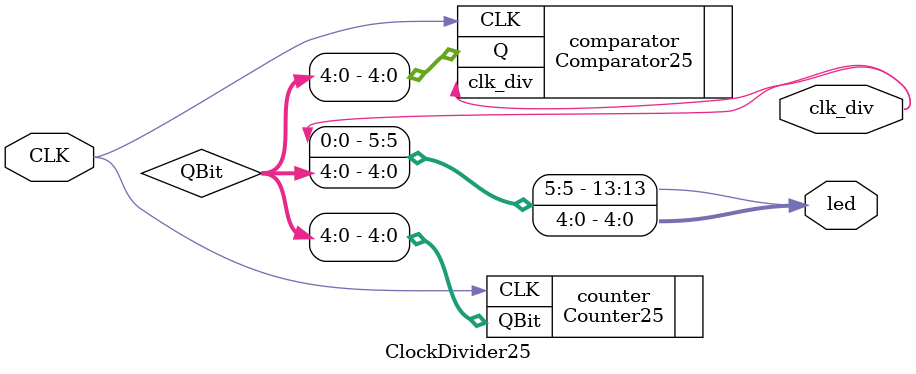
<source format=v>
`timescale 1ns / 1ps


module ClockDivider25(
    output [13:0] led,
    output clk_div,
    input CLK
    );
wire [5:0] QBit;
wire clk_div;

assign led[13] = clk_div;
assign led[4] = QBit[4];
assign led[3] = QBit[3];
assign led[2] = QBit[2];
assign led[1] = QBit[1];
assign led[0] = QBit[0];

// Counts to 50
Counter25 counter(
    .CLK(CLK),
    .QBit( {QBit[4], QBit[3], QBit[2], QBit[1], QBit[0]} )
);

// Checks to see if 25 is reached and sends out clk_div output based on the current count
Comparator25 comparator(
    .Q( {QBit[4], QBit[3], QBit[2], QBit[1], QBit[0]} ),
    .CLK(CLK),
    .clk_div (clk_div)
);

endmodule
</source>
